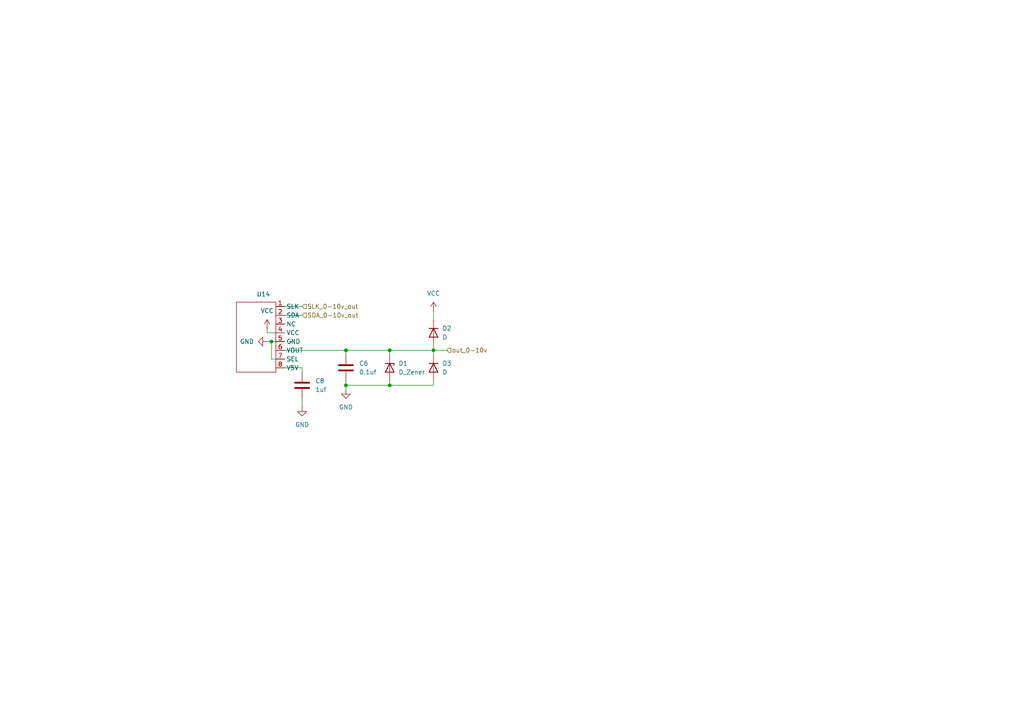
<source format=kicad_sch>
(kicad_sch
	(version 20250114)
	(generator "eeschema")
	(generator_version "9.0")
	(uuid "d7c3933e-f9ec-4a6a-a4d4-1d35525ba12a")
	(paper "A4")
	(lib_symbols
		(symbol "Device:C"
			(pin_numbers
				(hide yes)
			)
			(pin_names
				(offset 0.254)
			)
			(exclude_from_sim no)
			(in_bom yes)
			(on_board yes)
			(property "Reference" "C"
				(at 0.635 2.54 0)
				(effects
					(font
						(size 1.27 1.27)
					)
					(justify left)
				)
			)
			(property "Value" "C"
				(at 0.635 -2.54 0)
				(effects
					(font
						(size 1.27 1.27)
					)
					(justify left)
				)
			)
			(property "Footprint" ""
				(at 0.9652 -3.81 0)
				(effects
					(font
						(size 1.27 1.27)
					)
					(hide yes)
				)
			)
			(property "Datasheet" "~"
				(at 0 0 0)
				(effects
					(font
						(size 1.27 1.27)
					)
					(hide yes)
				)
			)
			(property "Description" "Unpolarized capacitor"
				(at 0 0 0)
				(effects
					(font
						(size 1.27 1.27)
					)
					(hide yes)
				)
			)
			(property "ki_keywords" "cap capacitor"
				(at 0 0 0)
				(effects
					(font
						(size 1.27 1.27)
					)
					(hide yes)
				)
			)
			(property "ki_fp_filters" "C_*"
				(at 0 0 0)
				(effects
					(font
						(size 1.27 1.27)
					)
					(hide yes)
				)
			)
			(symbol "C_0_1"
				(polyline
					(pts
						(xy -2.032 0.762) (xy 2.032 0.762)
					)
					(stroke
						(width 0.508)
						(type default)
					)
					(fill
						(type none)
					)
				)
				(polyline
					(pts
						(xy -2.032 -0.762) (xy 2.032 -0.762)
					)
					(stroke
						(width 0.508)
						(type default)
					)
					(fill
						(type none)
					)
				)
			)
			(symbol "C_1_1"
				(pin passive line
					(at 0 3.81 270)
					(length 2.794)
					(name "~"
						(effects
							(font
								(size 1.27 1.27)
							)
						)
					)
					(number "1"
						(effects
							(font
								(size 1.27 1.27)
							)
						)
					)
				)
				(pin passive line
					(at 0 -3.81 90)
					(length 2.794)
					(name "~"
						(effects
							(font
								(size 1.27 1.27)
							)
						)
					)
					(number "2"
						(effects
							(font
								(size 1.27 1.27)
							)
						)
					)
				)
			)
			(embedded_fonts no)
		)
		(symbol "Device:D"
			(pin_numbers
				(hide yes)
			)
			(pin_names
				(offset 1.016)
				(hide yes)
			)
			(exclude_from_sim no)
			(in_bom yes)
			(on_board yes)
			(property "Reference" "D"
				(at 0 2.54 0)
				(effects
					(font
						(size 1.27 1.27)
					)
				)
			)
			(property "Value" "D"
				(at 0 -2.54 0)
				(effects
					(font
						(size 1.27 1.27)
					)
				)
			)
			(property "Footprint" ""
				(at 0 0 0)
				(effects
					(font
						(size 1.27 1.27)
					)
					(hide yes)
				)
			)
			(property "Datasheet" "~"
				(at 0 0 0)
				(effects
					(font
						(size 1.27 1.27)
					)
					(hide yes)
				)
			)
			(property "Description" "Diode"
				(at 0 0 0)
				(effects
					(font
						(size 1.27 1.27)
					)
					(hide yes)
				)
			)
			(property "Sim.Device" "D"
				(at 0 0 0)
				(effects
					(font
						(size 1.27 1.27)
					)
					(hide yes)
				)
			)
			(property "Sim.Pins" "1=K 2=A"
				(at 0 0 0)
				(effects
					(font
						(size 1.27 1.27)
					)
					(hide yes)
				)
			)
			(property "ki_keywords" "diode"
				(at 0 0 0)
				(effects
					(font
						(size 1.27 1.27)
					)
					(hide yes)
				)
			)
			(property "ki_fp_filters" "TO-???* *_Diode_* *SingleDiode* D_*"
				(at 0 0 0)
				(effects
					(font
						(size 1.27 1.27)
					)
					(hide yes)
				)
			)
			(symbol "D_0_1"
				(polyline
					(pts
						(xy -1.27 1.27) (xy -1.27 -1.27)
					)
					(stroke
						(width 0.254)
						(type default)
					)
					(fill
						(type none)
					)
				)
				(polyline
					(pts
						(xy 1.27 1.27) (xy 1.27 -1.27) (xy -1.27 0) (xy 1.27 1.27)
					)
					(stroke
						(width 0.254)
						(type default)
					)
					(fill
						(type none)
					)
				)
				(polyline
					(pts
						(xy 1.27 0) (xy -1.27 0)
					)
					(stroke
						(width 0)
						(type default)
					)
					(fill
						(type none)
					)
				)
			)
			(symbol "D_1_1"
				(pin passive line
					(at -3.81 0 0)
					(length 2.54)
					(name "K"
						(effects
							(font
								(size 1.27 1.27)
							)
						)
					)
					(number "1"
						(effects
							(font
								(size 1.27 1.27)
							)
						)
					)
				)
				(pin passive line
					(at 3.81 0 180)
					(length 2.54)
					(name "A"
						(effects
							(font
								(size 1.27 1.27)
							)
						)
					)
					(number "2"
						(effects
							(font
								(size 1.27 1.27)
							)
						)
					)
				)
			)
			(embedded_fonts no)
		)
		(symbol "Device:D_Zener"
			(pin_numbers
				(hide yes)
			)
			(pin_names
				(offset 1.016)
				(hide yes)
			)
			(exclude_from_sim no)
			(in_bom yes)
			(on_board yes)
			(property "Reference" "D"
				(at 0 2.54 0)
				(effects
					(font
						(size 1.27 1.27)
					)
				)
			)
			(property "Value" "D_Zener"
				(at 0 -2.54 0)
				(effects
					(font
						(size 1.27 1.27)
					)
				)
			)
			(property "Footprint" ""
				(at 0 0 0)
				(effects
					(font
						(size 1.27 1.27)
					)
					(hide yes)
				)
			)
			(property "Datasheet" "~"
				(at 0 0 0)
				(effects
					(font
						(size 1.27 1.27)
					)
					(hide yes)
				)
			)
			(property "Description" "Zener diode"
				(at 0 0 0)
				(effects
					(font
						(size 1.27 1.27)
					)
					(hide yes)
				)
			)
			(property "ki_keywords" "diode"
				(at 0 0 0)
				(effects
					(font
						(size 1.27 1.27)
					)
					(hide yes)
				)
			)
			(property "ki_fp_filters" "TO-???* *_Diode_* *SingleDiode* D_*"
				(at 0 0 0)
				(effects
					(font
						(size 1.27 1.27)
					)
					(hide yes)
				)
			)
			(symbol "D_Zener_0_1"
				(polyline
					(pts
						(xy -1.27 -1.27) (xy -1.27 1.27) (xy -0.762 1.27)
					)
					(stroke
						(width 0.254)
						(type default)
					)
					(fill
						(type none)
					)
				)
				(polyline
					(pts
						(xy 1.27 0) (xy -1.27 0)
					)
					(stroke
						(width 0)
						(type default)
					)
					(fill
						(type none)
					)
				)
				(polyline
					(pts
						(xy 1.27 -1.27) (xy 1.27 1.27) (xy -1.27 0) (xy 1.27 -1.27)
					)
					(stroke
						(width 0.254)
						(type default)
					)
					(fill
						(type none)
					)
				)
			)
			(symbol "D_Zener_1_1"
				(pin passive line
					(at -3.81 0 0)
					(length 2.54)
					(name "K"
						(effects
							(font
								(size 1.27 1.27)
							)
						)
					)
					(number "1"
						(effects
							(font
								(size 1.27 1.27)
							)
						)
					)
				)
				(pin passive line
					(at 3.81 0 180)
					(length 2.54)
					(name "A"
						(effects
							(font
								(size 1.27 1.27)
							)
						)
					)
					(number "2"
						(effects
							(font
								(size 1.27 1.27)
							)
						)
					)
				)
			)
			(embedded_fonts no)
		)
		(symbol "GP8201S:GP8201S"
			(exclude_from_sim no)
			(in_bom yes)
			(on_board yes)
			(property "Reference" "U"
				(at 0 0 0)
				(effects
					(font
						(size 1.27 1.27)
					)
				)
			)
			(property "Value" ""
				(at 0 0 0)
				(effects
					(font
						(size 1.27 1.27)
					)
				)
			)
			(property "Footprint" ""
				(at 0 0 0)
				(effects
					(font
						(size 1.27 1.27)
					)
					(hide yes)
				)
			)
			(property "Datasheet" ""
				(at 0 0 0)
				(effects
					(font
						(size 1.27 1.27)
					)
					(hide yes)
				)
			)
			(property "Description" ""
				(at 0 0 0)
				(effects
					(font
						(size 1.27 1.27)
					)
					(hide yes)
				)
			)
			(symbol "GP8201S_0_1"
				(rectangle
					(start -12.7 -1.27)
					(end -1.27 -21.59)
					(stroke
						(width 0)
						(type default)
					)
					(fill
						(type none)
					)
				)
			)
			(symbol "GP8201S_1_1"
				(pin input line
					(at -1.27 -2.54 0)
					(length 2.54)
					(name "SLK"
						(effects
							(font
								(size 1.27 1.27)
							)
						)
					)
					(number "1"
						(effects
							(font
								(size 1.27 1.27)
							)
						)
					)
				)
				(pin input line
					(at -1.27 -5.08 0)
					(length 2.54)
					(name "SDA"
						(effects
							(font
								(size 1.27 1.27)
							)
						)
					)
					(number "2"
						(effects
							(font
								(size 1.27 1.27)
							)
						)
					)
				)
				(pin input line
					(at -1.27 -7.62 0)
					(length 2.54)
					(name "NC"
						(effects
							(font
								(size 1.27 1.27)
							)
						)
					)
					(number "3"
						(effects
							(font
								(size 1.27 1.27)
							)
						)
					)
				)
				(pin input line
					(at -1.27 -10.16 0)
					(length 2.54)
					(name "VCC"
						(effects
							(font
								(size 1.27 1.27)
							)
						)
					)
					(number "4"
						(effects
							(font
								(size 1.27 1.27)
							)
						)
					)
				)
				(pin input line
					(at -1.27 -12.7 0)
					(length 2.54)
					(name "GND"
						(effects
							(font
								(size 1.27 1.27)
							)
						)
					)
					(number "5"
						(effects
							(font
								(size 1.27 1.27)
							)
						)
					)
				)
				(pin input line
					(at -1.27 -15.24 0)
					(length 2.54)
					(name "VOUT"
						(effects
							(font
								(size 1.27 1.27)
							)
						)
					)
					(number "6"
						(effects
							(font
								(size 1.27 1.27)
							)
						)
					)
				)
				(pin input line
					(at -1.27 -17.78 0)
					(length 2.54)
					(name "SEL"
						(effects
							(font
								(size 1.27 1.27)
							)
						)
					)
					(number "7"
						(effects
							(font
								(size 1.27 1.27)
							)
						)
					)
				)
				(pin input line
					(at -1.27 -20.32 0)
					(length 2.54)
					(name "V5V"
						(effects
							(font
								(size 1.27 1.27)
							)
						)
					)
					(number "8"
						(effects
							(font
								(size 1.27 1.27)
							)
						)
					)
				)
			)
			(embedded_fonts no)
		)
		(symbol "power:GND"
			(power)
			(pin_numbers
				(hide yes)
			)
			(pin_names
				(offset 0)
				(hide yes)
			)
			(exclude_from_sim no)
			(in_bom yes)
			(on_board yes)
			(property "Reference" "#PWR"
				(at 0 -6.35 0)
				(effects
					(font
						(size 1.27 1.27)
					)
					(hide yes)
				)
			)
			(property "Value" "GND"
				(at 0 -3.81 0)
				(effects
					(font
						(size 1.27 1.27)
					)
				)
			)
			(property "Footprint" ""
				(at 0 0 0)
				(effects
					(font
						(size 1.27 1.27)
					)
					(hide yes)
				)
			)
			(property "Datasheet" ""
				(at 0 0 0)
				(effects
					(font
						(size 1.27 1.27)
					)
					(hide yes)
				)
			)
			(property "Description" "Power symbol creates a global label with name \"GND\" , ground"
				(at 0 0 0)
				(effects
					(font
						(size 1.27 1.27)
					)
					(hide yes)
				)
			)
			(property "ki_keywords" "global power"
				(at 0 0 0)
				(effects
					(font
						(size 1.27 1.27)
					)
					(hide yes)
				)
			)
			(symbol "GND_0_1"
				(polyline
					(pts
						(xy 0 0) (xy 0 -1.27) (xy 1.27 -1.27) (xy 0 -2.54) (xy -1.27 -1.27) (xy 0 -1.27)
					)
					(stroke
						(width 0)
						(type default)
					)
					(fill
						(type none)
					)
				)
			)
			(symbol "GND_1_1"
				(pin power_in line
					(at 0 0 270)
					(length 0)
					(name "~"
						(effects
							(font
								(size 1.27 1.27)
							)
						)
					)
					(number "1"
						(effects
							(font
								(size 1.27 1.27)
							)
						)
					)
				)
			)
			(embedded_fonts no)
		)
		(symbol "power:VCC"
			(power)
			(pin_numbers
				(hide yes)
			)
			(pin_names
				(offset 0)
				(hide yes)
			)
			(exclude_from_sim no)
			(in_bom yes)
			(on_board yes)
			(property "Reference" "#PWR"
				(at 0 -3.81 0)
				(effects
					(font
						(size 1.27 1.27)
					)
					(hide yes)
				)
			)
			(property "Value" "VCC"
				(at 0 3.556 0)
				(effects
					(font
						(size 1.27 1.27)
					)
				)
			)
			(property "Footprint" ""
				(at 0 0 0)
				(effects
					(font
						(size 1.27 1.27)
					)
					(hide yes)
				)
			)
			(property "Datasheet" ""
				(at 0 0 0)
				(effects
					(font
						(size 1.27 1.27)
					)
					(hide yes)
				)
			)
			(property "Description" "Power symbol creates a global label with name \"VCC\""
				(at 0 0 0)
				(effects
					(font
						(size 1.27 1.27)
					)
					(hide yes)
				)
			)
			(property "ki_keywords" "global power"
				(at 0 0 0)
				(effects
					(font
						(size 1.27 1.27)
					)
					(hide yes)
				)
			)
			(symbol "VCC_0_1"
				(polyline
					(pts
						(xy -0.762 1.27) (xy 0 2.54)
					)
					(stroke
						(width 0)
						(type default)
					)
					(fill
						(type none)
					)
				)
				(polyline
					(pts
						(xy 0 2.54) (xy 0.762 1.27)
					)
					(stroke
						(width 0)
						(type default)
					)
					(fill
						(type none)
					)
				)
				(polyline
					(pts
						(xy 0 0) (xy 0 2.54)
					)
					(stroke
						(width 0)
						(type default)
					)
					(fill
						(type none)
					)
				)
			)
			(symbol "VCC_1_1"
				(pin power_in line
					(at 0 0 90)
					(length 0)
					(name "~"
						(effects
							(font
								(size 1.27 1.27)
							)
						)
					)
					(number "1"
						(effects
							(font
								(size 1.27 1.27)
							)
						)
					)
				)
			)
			(embedded_fonts no)
		)
	)
	(junction
		(at 125.73 101.6)
		(diameter 0)
		(color 0 0 0 0)
		(uuid "0c23a5c3-961b-4c50-ac5b-a65b8c3a75fc")
	)
	(junction
		(at 78.74 99.06)
		(diameter 0)
		(color 0 0 0 0)
		(uuid "118b0f27-7c8f-4728-9625-4eca6b55603c")
	)
	(junction
		(at 100.33 101.6)
		(diameter 0)
		(color 0 0 0 0)
		(uuid "54ed565e-3420-4863-8daa-c3dade617aba")
	)
	(junction
		(at 113.03 111.76)
		(diameter 0)
		(color 0 0 0 0)
		(uuid "9c097064-0b3c-4f36-9a0b-264e8f76b1d2")
	)
	(junction
		(at 113.03 101.6)
		(diameter 0)
		(color 0 0 0 0)
		(uuid "add3b0be-3b2b-4131-83b4-67b85b645688")
	)
	(junction
		(at 100.33 111.76)
		(diameter 0)
		(color 0 0 0 0)
		(uuid "e9c03acc-cd33-4a93-a9bc-8f6d5ba7460c")
	)
	(wire
		(pts
			(xy 125.73 101.6) (xy 129.54 101.6)
		)
		(stroke
			(width 0)
			(type default)
		)
		(uuid "04e10c4c-65c6-4dfa-93fd-2a68d0bc7697")
	)
	(wire
		(pts
			(xy 100.33 111.76) (xy 100.33 113.03)
		)
		(stroke
			(width 0)
			(type default)
		)
		(uuid "04f9373c-4aa9-4286-af89-d6e824c53de1")
	)
	(wire
		(pts
			(xy 77.47 99.06) (xy 78.74 99.06)
		)
		(stroke
			(width 0)
			(type default)
		)
		(uuid "182d432c-b8d8-40b7-831f-6e789320ec0d")
	)
	(wire
		(pts
			(xy 125.73 111.76) (xy 113.03 111.76)
		)
		(stroke
			(width 0)
			(type default)
		)
		(uuid "2bced0ec-53bd-42a2-8d6e-c62b53bf7639")
	)
	(wire
		(pts
			(xy 113.03 101.6) (xy 125.73 101.6)
		)
		(stroke
			(width 0)
			(type default)
		)
		(uuid "2ca4e73d-1791-42bd-abd3-ca643b204c84")
	)
	(wire
		(pts
			(xy 100.33 110.49) (xy 100.33 111.76)
		)
		(stroke
			(width 0)
			(type default)
		)
		(uuid "3d44241e-81f6-427f-abec-e3ed274c8917")
	)
	(wire
		(pts
			(xy 100.33 102.87) (xy 100.33 101.6)
		)
		(stroke
			(width 0)
			(type default)
		)
		(uuid "40c408d7-6582-45bb-9a72-799a05a300cd")
	)
	(wire
		(pts
			(xy 78.74 99.06) (xy 80.01 99.06)
		)
		(stroke
			(width 0)
			(type default)
		)
		(uuid "4ae6d1d7-40c9-4654-9937-200634f46e4f")
	)
	(wire
		(pts
			(xy 87.63 115.57) (xy 87.63 118.11)
		)
		(stroke
			(width 0)
			(type default)
		)
		(uuid "4c7dddc0-6593-416b-9d87-b2213030af59")
	)
	(wire
		(pts
			(xy 80.01 104.14) (xy 78.74 104.14)
		)
		(stroke
			(width 0)
			(type default)
		)
		(uuid "5b1c2ef9-9ca3-44c4-833e-d20c5398a252")
	)
	(wire
		(pts
			(xy 80.01 91.44) (xy 87.63 91.44)
		)
		(stroke
			(width 0)
			(type default)
		)
		(uuid "5d6ca135-2759-4a09-bb2a-d0bc940438bb")
	)
	(wire
		(pts
			(xy 87.63 107.95) (xy 87.63 106.68)
		)
		(stroke
			(width 0)
			(type default)
		)
		(uuid "5f622307-be27-4174-8129-b72f6f45996b")
	)
	(wire
		(pts
			(xy 113.03 111.76) (xy 100.33 111.76)
		)
		(stroke
			(width 0)
			(type default)
		)
		(uuid "7092b087-8e89-4c3e-b6b2-9f6292568404")
	)
	(wire
		(pts
			(xy 113.03 102.87) (xy 113.03 101.6)
		)
		(stroke
			(width 0)
			(type default)
		)
		(uuid "7ee91abd-5f03-4259-a90e-9d56b6c21c4d")
	)
	(wire
		(pts
			(xy 77.47 96.52) (xy 80.01 96.52)
		)
		(stroke
			(width 0)
			(type default)
		)
		(uuid "8231918c-53e2-4d54-acaf-2cc119e8cf84")
	)
	(wire
		(pts
			(xy 77.47 95.25) (xy 77.47 96.52)
		)
		(stroke
			(width 0)
			(type default)
		)
		(uuid "82354fa0-74d0-49c1-b53e-0c1239438048")
	)
	(wire
		(pts
			(xy 100.33 101.6) (xy 113.03 101.6)
		)
		(stroke
			(width 0)
			(type default)
		)
		(uuid "8924d94f-3273-496d-a765-f59b7484c97f")
	)
	(wire
		(pts
			(xy 80.01 101.6) (xy 100.33 101.6)
		)
		(stroke
			(width 0)
			(type default)
		)
		(uuid "8b016935-c77e-4a5a-8e69-2dec74ea970f")
	)
	(wire
		(pts
			(xy 125.73 100.33) (xy 125.73 101.6)
		)
		(stroke
			(width 0)
			(type default)
		)
		(uuid "8cafab46-47f4-415b-b77e-89d65a5aa8a5")
	)
	(wire
		(pts
			(xy 87.63 106.68) (xy 80.01 106.68)
		)
		(stroke
			(width 0)
			(type default)
		)
		(uuid "9ecb7f05-9ee9-4a35-bb12-7b86bdeb209c")
	)
	(wire
		(pts
			(xy 125.73 110.49) (xy 125.73 111.76)
		)
		(stroke
			(width 0)
			(type default)
		)
		(uuid "a688761b-421e-4021-8e2c-1bebc5d7901d")
	)
	(wire
		(pts
			(xy 125.73 101.6) (xy 125.73 102.87)
		)
		(stroke
			(width 0)
			(type default)
		)
		(uuid "b78d4516-3c12-407e-a36e-d7be2b58878d")
	)
	(wire
		(pts
			(xy 78.74 104.14) (xy 78.74 99.06)
		)
		(stroke
			(width 0)
			(type default)
		)
		(uuid "c240a77c-ccd3-432c-a3ad-fef4f2df531e")
	)
	(wire
		(pts
			(xy 80.01 88.9) (xy 87.63 88.9)
		)
		(stroke
			(width 0)
			(type default)
		)
		(uuid "d652b140-8999-4c2b-9349-d33c7873c161")
	)
	(wire
		(pts
			(xy 113.03 110.49) (xy 113.03 111.76)
		)
		(stroke
			(width 0)
			(type default)
		)
		(uuid "d9ba488f-3097-4aeb-b037-059f0b7de3f4")
	)
	(wire
		(pts
			(xy 125.73 90.17) (xy 125.73 92.71)
		)
		(stroke
			(width 0)
			(type default)
		)
		(uuid "e5aa19d8-83fe-4ff9-9fd9-b6290acd251a")
	)
	(hierarchical_label "out_0-10v"
		(shape input)
		(at 129.54 101.6 0)
		(effects
			(font
				(size 1.27 1.27)
			)
			(justify left)
		)
		(uuid "7b619a4e-9cef-4c9d-8868-21592bfc0d48")
	)
	(hierarchical_label "SDA_0-10v_out"
		(shape input)
		(at 87.63 91.44 0)
		(effects
			(font
				(size 1.27 1.27)
			)
			(justify left)
		)
		(uuid "ac756ea1-71ae-4eae-b216-a5726331a3e3")
	)
	(hierarchical_label "SLK_0-10v_out"
		(shape input)
		(at 87.63 88.9 0)
		(effects
			(font
				(size 1.27 1.27)
			)
			(justify left)
		)
		(uuid "afb26099-c0d4-451f-9bf5-882d6480aa9d")
	)
	(symbol
		(lib_id "Device:C")
		(at 87.63 111.76 0)
		(unit 1)
		(exclude_from_sim no)
		(in_bom yes)
		(on_board yes)
		(dnp no)
		(fields_autoplaced yes)
		(uuid "09533db4-9c71-43e4-86ae-87b87cfb81f5")
		(property "Reference" "C8"
			(at 91.44 110.4899 0)
			(effects
				(font
					(size 1.27 1.27)
				)
				(justify left)
			)
		)
		(property "Value" "1uf"
			(at 91.44 113.0299 0)
			(effects
				(font
					(size 1.27 1.27)
				)
				(justify left)
			)
		)
		(property "Footprint" "Capacitor_SMD:C_0805_2012Metric"
			(at 88.5952 115.57 0)
			(effects
				(font
					(size 1.27 1.27)
				)
				(hide yes)
			)
		)
		(property "Datasheet" "~"
			(at 87.63 111.76 0)
			(effects
				(font
					(size 1.27 1.27)
				)
				(hide yes)
			)
		)
		(property "Description" "Unpolarized capacitor"
			(at 87.63 111.76 0)
			(effects
				(font
					(size 1.27 1.27)
				)
				(hide yes)
			)
		)
		(pin "1"
			(uuid "a2b2e9a3-31b0-4e80-8da6-c1ff045a4574")
		)
		(pin "2"
			(uuid "6bdbb4b8-6959-45f8-9614-f28fc59f318d")
		)
		(instances
			(project "ZorionX-Nivara"
				(path "/ae5c9891-8291-492e-8a61-8ac340267b67/d47eca49-96e4-4138-8979-47bb60019f67/0ee5674e-5226-4ebb-9d35-341cfb3e3a28"
					(reference "C8")
					(unit 1)
				)
			)
		)
	)
	(symbol
		(lib_id "power:GND")
		(at 77.47 99.06 270)
		(unit 1)
		(exclude_from_sim no)
		(in_bom yes)
		(on_board yes)
		(dnp no)
		(fields_autoplaced yes)
		(uuid "1a32d53b-bef8-4d5b-89bf-f6856ba9462e")
		(property "Reference" "#PWR056"
			(at 71.12 99.06 0)
			(effects
				(font
					(size 1.27 1.27)
				)
				(hide yes)
			)
		)
		(property "Value" "GND"
			(at 73.66 99.0599 90)
			(effects
				(font
					(size 1.27 1.27)
				)
				(justify right)
			)
		)
		(property "Footprint" ""
			(at 77.47 99.06 0)
			(effects
				(font
					(size 1.27 1.27)
				)
				(hide yes)
			)
		)
		(property "Datasheet" ""
			(at 77.47 99.06 0)
			(effects
				(font
					(size 1.27 1.27)
				)
				(hide yes)
			)
		)
		(property "Description" "Power symbol creates a global label with name \"GND\" , ground"
			(at 77.47 99.06 0)
			(effects
				(font
					(size 1.27 1.27)
				)
				(hide yes)
			)
		)
		(pin "1"
			(uuid "43b2cfa5-ea81-4c9e-9f23-3c1dadee08c0")
		)
		(instances
			(project "ZorionX-Nivara"
				(path "/ae5c9891-8291-492e-8a61-8ac340267b67/d47eca49-96e4-4138-8979-47bb60019f67/0ee5674e-5226-4ebb-9d35-341cfb3e3a28"
					(reference "#PWR056")
					(unit 1)
				)
			)
		)
	)
	(symbol
		(lib_id "GP8201S:GP8201S")
		(at 81.28 86.36 0)
		(unit 1)
		(exclude_from_sim no)
		(in_bom yes)
		(on_board yes)
		(dnp no)
		(uuid "32d3a58c-de1c-40f9-bc2a-229207cbc19e")
		(property "Reference" "U14"
			(at 74.422 85.344 0)
			(effects
				(font
					(size 1.27 1.27)
				)
				(justify left)
			)
		)
		(property "Value" "~"
			(at 83.82 99.06 0)
			(effects
				(font
					(size 1.27 1.27)
				)
				(justify left)
			)
		)
		(property "Footprint" ""
			(at 81.28 86.36 0)
			(effects
				(font
					(size 1.27 1.27)
				)
				(hide yes)
			)
		)
		(property "Datasheet" ""
			(at 81.28 86.36 0)
			(effects
				(font
					(size 1.27 1.27)
				)
				(hide yes)
			)
		)
		(property "Description" ""
			(at 81.28 86.36 0)
			(effects
				(font
					(size 1.27 1.27)
				)
				(hide yes)
			)
		)
		(pin "3"
			(uuid "c7013900-5c85-477f-bfb0-84c25d2e3445")
		)
		(pin "4"
			(uuid "5eceb72c-0ff1-449d-b53b-1ac68c4a2354")
		)
		(pin "1"
			(uuid "60fd1602-f3e6-4f70-878f-d09776140331")
		)
		(pin "5"
			(uuid "1624e7fd-9e0f-4a9f-a084-18318b6a9ca0")
		)
		(pin "7"
			(uuid "60f4933b-7dfc-4aea-b3e8-5493e5ac94df")
		)
		(pin "2"
			(uuid "e9639907-1f74-4a3a-893f-8ded2b061fb9")
		)
		(pin "6"
			(uuid "3cc7cd94-d137-4914-b854-a5f53ec7e25d")
		)
		(pin "8"
			(uuid "41cc985b-46df-4536-9a2f-52a1c2011db7")
		)
		(instances
			(project "ZorionX-Nivara"
				(path "/ae5c9891-8291-492e-8a61-8ac340267b67/d47eca49-96e4-4138-8979-47bb60019f67/0ee5674e-5226-4ebb-9d35-341cfb3e3a28"
					(reference "U14")
					(unit 1)
				)
			)
		)
	)
	(symbol
		(lib_id "Device:C")
		(at 100.33 106.68 0)
		(unit 1)
		(exclude_from_sim no)
		(in_bom yes)
		(on_board yes)
		(dnp no)
		(fields_autoplaced yes)
		(uuid "4a578acf-6a7a-456e-92d5-9c2bf627f460")
		(property "Reference" "C6"
			(at 104.14 105.4099 0)
			(effects
				(font
					(size 1.27 1.27)
				)
				(justify left)
			)
		)
		(property "Value" "0.1uf"
			(at 104.14 107.9499 0)
			(effects
				(font
					(size 1.27 1.27)
				)
				(justify left)
			)
		)
		(property "Footprint" "Capacitor_SMD:C_0805_2012Metric"
			(at 101.2952 110.49 0)
			(effects
				(font
					(size 1.27 1.27)
				)
				(hide yes)
			)
		)
		(property "Datasheet" "~"
			(at 100.33 106.68 0)
			(effects
				(font
					(size 1.27 1.27)
				)
				(hide yes)
			)
		)
		(property "Description" "Unpolarized capacitor"
			(at 100.33 106.68 0)
			(effects
				(font
					(size 1.27 1.27)
				)
				(hide yes)
			)
		)
		(pin "1"
			(uuid "0d2341ac-fd42-4825-80d4-a58cdc4f6824")
		)
		(pin "2"
			(uuid "a126a488-ca13-4a15-979c-d78ac1d24309")
		)
		(instances
			(project "ZorionX-Nivara"
				(path "/ae5c9891-8291-492e-8a61-8ac340267b67/d47eca49-96e4-4138-8979-47bb60019f67/0ee5674e-5226-4ebb-9d35-341cfb3e3a28"
					(reference "C6")
					(unit 1)
				)
			)
		)
	)
	(symbol
		(lib_id "Device:D_Zener")
		(at 113.03 106.68 270)
		(unit 1)
		(exclude_from_sim no)
		(in_bom yes)
		(on_board yes)
		(dnp no)
		(fields_autoplaced yes)
		(uuid "4ddce6f4-723b-43bb-a684-9a45e03471cd")
		(property "Reference" "D1"
			(at 115.57 105.4099 90)
			(effects
				(font
					(size 1.27 1.27)
				)
				(justify left)
			)
		)
		(property "Value" "D_Zener"
			(at 115.57 107.9499 90)
			(effects
				(font
					(size 1.27 1.27)
				)
				(justify left)
			)
		)
		(property "Footprint" "Inductor_SMD:L_0201_0603Metric"
			(at 113.03 106.68 0)
			(effects
				(font
					(size 1.27 1.27)
				)
				(hide yes)
			)
		)
		(property "Datasheet" "~"
			(at 113.03 106.68 0)
			(effects
				(font
					(size 1.27 1.27)
				)
				(hide yes)
			)
		)
		(property "Description" "Zener diode"
			(at 113.03 106.68 0)
			(effects
				(font
					(size 1.27 1.27)
				)
				(hide yes)
			)
		)
		(pin "2"
			(uuid "0db59c08-dc7f-4fe9-98e7-ba61d570b516")
		)
		(pin "1"
			(uuid "0fbbba46-708b-4847-8300-8a7be3df3a6b")
		)
		(instances
			(project "ZorionX-Nivara"
				(path "/ae5c9891-8291-492e-8a61-8ac340267b67/d47eca49-96e4-4138-8979-47bb60019f67/0ee5674e-5226-4ebb-9d35-341cfb3e3a28"
					(reference "D1")
					(unit 1)
				)
			)
		)
	)
	(symbol
		(lib_id "power:GND")
		(at 100.33 113.03 0)
		(unit 1)
		(exclude_from_sim no)
		(in_bom yes)
		(on_board yes)
		(dnp no)
		(fields_autoplaced yes)
		(uuid "524de7e0-a7af-4943-9d78-eb56ab0afe55")
		(property "Reference" "#PWR057"
			(at 100.33 119.38 0)
			(effects
				(font
					(size 1.27 1.27)
				)
				(hide yes)
			)
		)
		(property "Value" "GND"
			(at 100.33 118.11 0)
			(effects
				(font
					(size 1.27 1.27)
				)
			)
		)
		(property "Footprint" ""
			(at 100.33 113.03 0)
			(effects
				(font
					(size 1.27 1.27)
				)
				(hide yes)
			)
		)
		(property "Datasheet" ""
			(at 100.33 113.03 0)
			(effects
				(font
					(size 1.27 1.27)
				)
				(hide yes)
			)
		)
		(property "Description" "Power symbol creates a global label with name \"GND\" , ground"
			(at 100.33 113.03 0)
			(effects
				(font
					(size 1.27 1.27)
				)
				(hide yes)
			)
		)
		(pin "1"
			(uuid "dd247e0a-b2e0-427d-827f-b1741a87930f")
		)
		(instances
			(project "ZorionX-Nivara"
				(path "/ae5c9891-8291-492e-8a61-8ac340267b67/d47eca49-96e4-4138-8979-47bb60019f67/0ee5674e-5226-4ebb-9d35-341cfb3e3a28"
					(reference "#PWR057")
					(unit 1)
				)
			)
		)
	)
	(symbol
		(lib_id "power:VCC")
		(at 125.73 90.17 0)
		(unit 1)
		(exclude_from_sim no)
		(in_bom yes)
		(on_board yes)
		(dnp no)
		(fields_autoplaced yes)
		(uuid "56d7214e-16af-40bc-b868-c2cef87271ff")
		(property "Reference" "#PWR058"
			(at 125.73 93.98 0)
			(effects
				(font
					(size 1.27 1.27)
				)
				(hide yes)
			)
		)
		(property "Value" "VCC"
			(at 125.73 85.09 0)
			(effects
				(font
					(size 1.27 1.27)
				)
			)
		)
		(property "Footprint" ""
			(at 125.73 90.17 0)
			(effects
				(font
					(size 1.27 1.27)
				)
				(hide yes)
			)
		)
		(property "Datasheet" ""
			(at 125.73 90.17 0)
			(effects
				(font
					(size 1.27 1.27)
				)
				(hide yes)
			)
		)
		(property "Description" "Power symbol creates a global label with name \"VCC\""
			(at 125.73 90.17 0)
			(effects
				(font
					(size 1.27 1.27)
				)
				(hide yes)
			)
		)
		(pin "1"
			(uuid "88386066-4efb-46ed-9a47-df5467d7e38c")
		)
		(instances
			(project "ZorionX-Nivara"
				(path "/ae5c9891-8291-492e-8a61-8ac340267b67/d47eca49-96e4-4138-8979-47bb60019f67/0ee5674e-5226-4ebb-9d35-341cfb3e3a28"
					(reference "#PWR058")
					(unit 1)
				)
			)
		)
	)
	(symbol
		(lib_id "Device:D")
		(at 125.73 106.68 270)
		(unit 1)
		(exclude_from_sim no)
		(in_bom yes)
		(on_board yes)
		(dnp no)
		(fields_autoplaced yes)
		(uuid "b871b982-08b4-4d81-b702-d7f10e8dd24e")
		(property "Reference" "D3"
			(at 128.27 105.4099 90)
			(effects
				(font
					(size 1.27 1.27)
				)
				(justify left)
			)
		)
		(property "Value" "D"
			(at 128.27 107.9499 90)
			(effects
				(font
					(size 1.27 1.27)
				)
				(justify left)
			)
		)
		(property "Footprint" "Inductor_SMD:L_0201_0603Metric"
			(at 125.73 106.68 0)
			(effects
				(font
					(size 1.27 1.27)
				)
				(hide yes)
			)
		)
		(property "Datasheet" "~"
			(at 125.73 106.68 0)
			(effects
				(font
					(size 1.27 1.27)
				)
				(hide yes)
			)
		)
		(property "Description" "Diode"
			(at 125.73 106.68 0)
			(effects
				(font
					(size 1.27 1.27)
				)
				(hide yes)
			)
		)
		(property "Sim.Device" "D"
			(at 125.73 106.68 0)
			(effects
				(font
					(size 1.27 1.27)
				)
				(hide yes)
			)
		)
		(property "Sim.Pins" "1=K 2=A"
			(at 125.73 106.68 0)
			(effects
				(font
					(size 1.27 1.27)
				)
				(hide yes)
			)
		)
		(pin "1"
			(uuid "39e8b1d0-e07f-47c0-a529-4d756324dac0")
		)
		(pin "2"
			(uuid "d41ac0a2-7d03-43ab-bf0d-256a4d7cdf33")
		)
		(instances
			(project "ZorionX-Nivara"
				(path "/ae5c9891-8291-492e-8a61-8ac340267b67/d47eca49-96e4-4138-8979-47bb60019f67/0ee5674e-5226-4ebb-9d35-341cfb3e3a28"
					(reference "D3")
					(unit 1)
				)
			)
		)
	)
	(symbol
		(lib_id "power:GND")
		(at 87.63 118.11 0)
		(unit 1)
		(exclude_from_sim no)
		(in_bom yes)
		(on_board yes)
		(dnp no)
		(fields_autoplaced yes)
		(uuid "b954f499-dcb2-486f-8eac-8b5abc797c91")
		(property "Reference" "#PWR059"
			(at 87.63 124.46 0)
			(effects
				(font
					(size 1.27 1.27)
				)
				(hide yes)
			)
		)
		(property "Value" "GND"
			(at 87.63 123.19 0)
			(effects
				(font
					(size 1.27 1.27)
				)
			)
		)
		(property "Footprint" ""
			(at 87.63 118.11 0)
			(effects
				(font
					(size 1.27 1.27)
				)
				(hide yes)
			)
		)
		(property "Datasheet" ""
			(at 87.63 118.11 0)
			(effects
				(font
					(size 1.27 1.27)
				)
				(hide yes)
			)
		)
		(property "Description" "Power symbol creates a global label with name \"GND\" , ground"
			(at 87.63 118.11 0)
			(effects
				(font
					(size 1.27 1.27)
				)
				(hide yes)
			)
		)
		(pin "1"
			(uuid "f9ec7f61-a016-4a67-8b55-184c4532b938")
		)
		(instances
			(project "ZorionX-Nivara"
				(path "/ae5c9891-8291-492e-8a61-8ac340267b67/d47eca49-96e4-4138-8979-47bb60019f67/0ee5674e-5226-4ebb-9d35-341cfb3e3a28"
					(reference "#PWR059")
					(unit 1)
				)
			)
		)
	)
	(symbol
		(lib_id "power:VCC")
		(at 77.47 95.25 0)
		(unit 1)
		(exclude_from_sim no)
		(in_bom yes)
		(on_board yes)
		(dnp no)
		(fields_autoplaced yes)
		(uuid "c501192e-452b-4cc0-8229-7c26365e35e7")
		(property "Reference" "#PWR055"
			(at 77.47 99.06 0)
			(effects
				(font
					(size 1.27 1.27)
				)
				(hide yes)
			)
		)
		(property "Value" "VCC"
			(at 77.47 90.17 0)
			(effects
				(font
					(size 1.27 1.27)
				)
			)
		)
		(property "Footprint" ""
			(at 77.47 95.25 0)
			(effects
				(font
					(size 1.27 1.27)
				)
				(hide yes)
			)
		)
		(property "Datasheet" ""
			(at 77.47 95.25 0)
			(effects
				(font
					(size 1.27 1.27)
				)
				(hide yes)
			)
		)
		(property "Description" "Power symbol creates a global label with name \"VCC\""
			(at 77.47 95.25 0)
			(effects
				(font
					(size 1.27 1.27)
				)
				(hide yes)
			)
		)
		(pin "1"
			(uuid "f96e29a8-7257-4de0-84b4-209504dc9998")
		)
		(instances
			(project "ZorionX-Nivara"
				(path "/ae5c9891-8291-492e-8a61-8ac340267b67/d47eca49-96e4-4138-8979-47bb60019f67/0ee5674e-5226-4ebb-9d35-341cfb3e3a28"
					(reference "#PWR055")
					(unit 1)
				)
			)
		)
	)
	(symbol
		(lib_id "Device:D")
		(at 125.73 96.52 270)
		(unit 1)
		(exclude_from_sim no)
		(in_bom yes)
		(on_board yes)
		(dnp no)
		(fields_autoplaced yes)
		(uuid "ef7fb736-ee39-4648-b655-3947c4d4df08")
		(property "Reference" "D2"
			(at 128.27 95.2499 90)
			(effects
				(font
					(size 1.27 1.27)
				)
				(justify left)
			)
		)
		(property "Value" "D"
			(at 128.27 97.7899 90)
			(effects
				(font
					(size 1.27 1.27)
				)
				(justify left)
			)
		)
		(property "Footprint" "Inductor_SMD:L_0201_0603Metric"
			(at 125.73 96.52 0)
			(effects
				(font
					(size 1.27 1.27)
				)
				(hide yes)
			)
		)
		(property "Datasheet" ""
			(at 125.73 96.52 0)
			(effects
				(font
					(size 1.27 1.27)
				)
				(hide yes)
			)
		)
		(property "Description" "Diode"
			(at 125.73 96.52 0)
			(effects
				(font
					(size 1.27 1.27)
				)
				(hide yes)
			)
		)
		(property "Sim.Device" "D"
			(at 125.73 96.52 0)
			(effects
				(font
					(size 1.27 1.27)
				)
				(hide yes)
			)
		)
		(property "Sim.Pins" "1=K 2=A"
			(at 125.73 96.52 0)
			(effects
				(font
					(size 1.27 1.27)
				)
				(hide yes)
			)
		)
		(pin "1"
			(uuid "2eca6a4d-1888-4727-ab62-36b731f35cef")
		)
		(pin "2"
			(uuid "234e3299-78ac-4a5a-8b9a-27031d421e42")
		)
		(instances
			(project "ZorionX-Nivara"
				(path "/ae5c9891-8291-492e-8a61-8ac340267b67/d47eca49-96e4-4138-8979-47bb60019f67/0ee5674e-5226-4ebb-9d35-341cfb3e3a28"
					(reference "D2")
					(unit 1)
				)
			)
		)
	)
)

</source>
